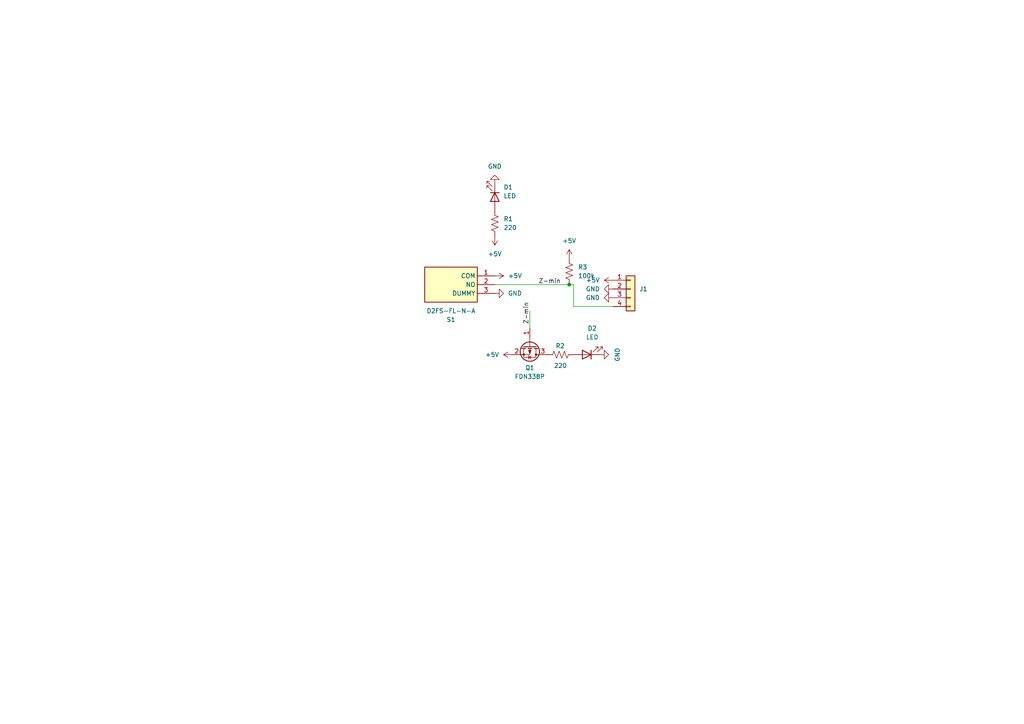
<source format=kicad_sch>
(kicad_sch (version 20230121) (generator eeschema)

  (uuid b6b7cfb4-de75-41e5-b9a0-2a3317fa3bc0)

  (paper "A4")

  (lib_symbols
    (symbol "Connector_Generic:Conn_01x04" (pin_names (offset 1.016) hide) (in_bom yes) (on_board yes)
      (property "Reference" "J" (at 0 5.08 0)
        (effects (font (size 1.27 1.27)))
      )
      (property "Value" "Conn_01x04" (at 0 -7.62 0)
        (effects (font (size 1.27 1.27)))
      )
      (property "Footprint" "" (at 0 0 0)
        (effects (font (size 1.27 1.27)) hide)
      )
      (property "Datasheet" "~" (at 0 0 0)
        (effects (font (size 1.27 1.27)) hide)
      )
      (property "ki_keywords" "connector" (at 0 0 0)
        (effects (font (size 1.27 1.27)) hide)
      )
      (property "ki_description" "Generic connector, single row, 01x04, script generated (kicad-library-utils/schlib/autogen/connector/)" (at 0 0 0)
        (effects (font (size 1.27 1.27)) hide)
      )
      (property "ki_fp_filters" "Connector*:*_1x??_*" (at 0 0 0)
        (effects (font (size 1.27 1.27)) hide)
      )
      (symbol "Conn_01x04_1_1"
        (rectangle (start -1.27 -4.953) (end 0 -5.207)
          (stroke (width 0.1524) (type default))
          (fill (type none))
        )
        (rectangle (start -1.27 -2.413) (end 0 -2.667)
          (stroke (width 0.1524) (type default))
          (fill (type none))
        )
        (rectangle (start -1.27 0.127) (end 0 -0.127)
          (stroke (width 0.1524) (type default))
          (fill (type none))
        )
        (rectangle (start -1.27 2.667) (end 0 2.413)
          (stroke (width 0.1524) (type default))
          (fill (type none))
        )
        (rectangle (start -1.27 3.81) (end 1.27 -6.35)
          (stroke (width 0.254) (type default))
          (fill (type background))
        )
        (pin passive line (at -5.08 2.54 0) (length 3.81)
          (name "Pin_1" (effects (font (size 1.27 1.27))))
          (number "1" (effects (font (size 1.27 1.27))))
        )
        (pin passive line (at -5.08 0 0) (length 3.81)
          (name "Pin_2" (effects (font (size 1.27 1.27))))
          (number "2" (effects (font (size 1.27 1.27))))
        )
        (pin passive line (at -5.08 -2.54 0) (length 3.81)
          (name "Pin_3" (effects (font (size 1.27 1.27))))
          (number "3" (effects (font (size 1.27 1.27))))
        )
        (pin passive line (at -5.08 -5.08 0) (length 3.81)
          (name "Pin_4" (effects (font (size 1.27 1.27))))
          (number "4" (effects (font (size 1.27 1.27))))
        )
      )
    )
    (symbol "Device:LED" (pin_numbers hide) (pin_names (offset 1.016) hide) (in_bom yes) (on_board yes)
      (property "Reference" "D" (at 0 2.54 0)
        (effects (font (size 1.27 1.27)))
      )
      (property "Value" "LED" (at 0 -2.54 0)
        (effects (font (size 1.27 1.27)))
      )
      (property "Footprint" "" (at 0 0 0)
        (effects (font (size 1.27 1.27)) hide)
      )
      (property "Datasheet" "~" (at 0 0 0)
        (effects (font (size 1.27 1.27)) hide)
      )
      (property "ki_keywords" "LED diode" (at 0 0 0)
        (effects (font (size 1.27 1.27)) hide)
      )
      (property "ki_description" "Light emitting diode" (at 0 0 0)
        (effects (font (size 1.27 1.27)) hide)
      )
      (property "ki_fp_filters" "LED* LED_SMD:* LED_THT:*" (at 0 0 0)
        (effects (font (size 1.27 1.27)) hide)
      )
      (symbol "LED_0_1"
        (polyline
          (pts
            (xy -1.27 -1.27)
            (xy -1.27 1.27)
          )
          (stroke (width 0.254) (type default))
          (fill (type none))
        )
        (polyline
          (pts
            (xy -1.27 0)
            (xy 1.27 0)
          )
          (stroke (width 0) (type default))
          (fill (type none))
        )
        (polyline
          (pts
            (xy 1.27 -1.27)
            (xy 1.27 1.27)
            (xy -1.27 0)
            (xy 1.27 -1.27)
          )
          (stroke (width 0.254) (type default))
          (fill (type none))
        )
        (polyline
          (pts
            (xy -3.048 -0.762)
            (xy -4.572 -2.286)
            (xy -3.81 -2.286)
            (xy -4.572 -2.286)
            (xy -4.572 -1.524)
          )
          (stroke (width 0) (type default))
          (fill (type none))
        )
        (polyline
          (pts
            (xy -1.778 -0.762)
            (xy -3.302 -2.286)
            (xy -2.54 -2.286)
            (xy -3.302 -2.286)
            (xy -3.302 -1.524)
          )
          (stroke (width 0) (type default))
          (fill (type none))
        )
      )
      (symbol "LED_1_1"
        (pin passive line (at -3.81 0 0) (length 2.54)
          (name "K" (effects (font (size 1.27 1.27))))
          (number "1" (effects (font (size 1.27 1.27))))
        )
        (pin passive line (at 3.81 0 180) (length 2.54)
          (name "A" (effects (font (size 1.27 1.27))))
          (number "2" (effects (font (size 1.27 1.27))))
        )
      )
    )
    (symbol "Device:R_US" (pin_numbers hide) (pin_names (offset 0)) (in_bom yes) (on_board yes)
      (property "Reference" "R" (at 2.54 0 90)
        (effects (font (size 1.27 1.27)))
      )
      (property "Value" "R_US" (at -2.54 0 90)
        (effects (font (size 1.27 1.27)))
      )
      (property "Footprint" "" (at 1.016 -0.254 90)
        (effects (font (size 1.27 1.27)) hide)
      )
      (property "Datasheet" "~" (at 0 0 0)
        (effects (font (size 1.27 1.27)) hide)
      )
      (property "ki_keywords" "R res resistor" (at 0 0 0)
        (effects (font (size 1.27 1.27)) hide)
      )
      (property "ki_description" "Resistor, US symbol" (at 0 0 0)
        (effects (font (size 1.27 1.27)) hide)
      )
      (property "ki_fp_filters" "R_*" (at 0 0 0)
        (effects (font (size 1.27 1.27)) hide)
      )
      (symbol "R_US_0_1"
        (polyline
          (pts
            (xy 0 -2.286)
            (xy 0 -2.54)
          )
          (stroke (width 0) (type default))
          (fill (type none))
        )
        (polyline
          (pts
            (xy 0 2.286)
            (xy 0 2.54)
          )
          (stroke (width 0) (type default))
          (fill (type none))
        )
        (polyline
          (pts
            (xy 0 -0.762)
            (xy 1.016 -1.143)
            (xy 0 -1.524)
            (xy -1.016 -1.905)
            (xy 0 -2.286)
          )
          (stroke (width 0) (type default))
          (fill (type none))
        )
        (polyline
          (pts
            (xy 0 0.762)
            (xy 1.016 0.381)
            (xy 0 0)
            (xy -1.016 -0.381)
            (xy 0 -0.762)
          )
          (stroke (width 0) (type default))
          (fill (type none))
        )
        (polyline
          (pts
            (xy 0 2.286)
            (xy 1.016 1.905)
            (xy 0 1.524)
            (xy -1.016 1.143)
            (xy 0 0.762)
          )
          (stroke (width 0) (type default))
          (fill (type none))
        )
      )
      (symbol "R_US_1_1"
        (pin passive line (at 0 3.81 270) (length 1.27)
          (name "~" (effects (font (size 1.27 1.27))))
          (number "1" (effects (font (size 1.27 1.27))))
        )
        (pin passive line (at 0 -3.81 90) (length 1.27)
          (name "~" (effects (font (size 1.27 1.27))))
          (number "2" (effects (font (size 1.27 1.27))))
        )
      )
    )
    (symbol "SamacSys_Parts:D2FS-FL-N-A" (in_bom yes) (on_board yes)
      (property "Reference" "S" (at 21.59 7.62 0)
        (effects (font (size 1.27 1.27)) (justify left top))
      )
      (property "Value" "D2FS-FL-N-A" (at 21.59 5.08 0)
        (effects (font (size 1.27 1.27)) (justify left top))
      )
      (property "Footprint" "D2FSFLNA" (at 21.59 -94.92 0)
        (effects (font (size 1.27 1.27)) (justify left top) hide)
      )
      (property "Datasheet" "https://www.mouser.com/datasheet/2/307/en-d2fs-270873.pdf" (at 21.59 -194.92 0)
        (effects (font (size 1.27 1.27)) (justify left top) hide)
      )
      (property "Height" "5.95" (at 21.59 -394.92 0)
        (effects (font (size 1.27 1.27)) (justify left top) hide)
      )
      (property "Manufacturer_Name" "Omron Electronics" (at 21.59 -494.92 0)
        (effects (font (size 1.27 1.27)) (justify left top) hide)
      )
      (property "Manufacturer_Part_Number" "D2FS-FL-N-A" (at 21.59 -594.92 0)
        (effects (font (size 1.27 1.27)) (justify left top) hide)
      )
      (property "Mouser Part Number" "653-D2FS-FL-N-A" (at 21.59 -694.92 0)
        (effects (font (size 1.27 1.27)) (justify left top) hide)
      )
      (property "Mouser Price/Stock" "https://www.mouser.co.uk/ProductDetail/Omron-Electronics/D2FS-FL-N-A?qs=sEr1OoMjgSDDuuF33eDXVQ%3D%3D" (at 21.59 -794.92 0)
        (effects (font (size 1.27 1.27)) (justify left top) hide)
      )
      (property "Arrow Part Number" "D2FS-FL-N-A" (at 21.59 -894.92 0)
        (effects (font (size 1.27 1.27)) (justify left top) hide)
      )
      (property "Arrow Price/Stock" "https://www.arrow.com/en/products/d2fs-fl-n-a/omron?region=nac" (at 21.59 -994.92 0)
        (effects (font (size 1.27 1.27)) (justify left top) hide)
      )
      (property "ki_description" "OMRON - D2FS-FL-N-A - Microswitch, Ultra Subminiature, Hinge Lever, SPST-NO, Through Hole, 100 mA, 6 VDC" (at 0 0 0)
        (effects (font (size 1.27 1.27)) hide)
      )
      (symbol "D2FS-FL-N-A_1_1"
        (rectangle (start 5.08 2.54) (end 20.32 -7.62)
          (stroke (width 0.254) (type default))
          (fill (type background))
        )
        (pin passive line (at 0 0 0) (length 5.08)
          (name "COM" (effects (font (size 1.27 1.27))))
          (number "1" (effects (font (size 1.27 1.27))))
        )
        (pin passive line (at 0 -2.54 0) (length 5.08)
          (name "NO" (effects (font (size 1.27 1.27))))
          (number "2" (effects (font (size 1.27 1.27))))
        )
        (pin passive line (at 0 -5.08 0) (length 5.08)
          (name "DUMMY" (effects (font (size 1.27 1.27))))
          (number "3" (effects (font (size 1.27 1.27))))
        )
      )
    )
    (symbol "Transistor_FET:FDN340P" (pin_names hide) (in_bom yes) (on_board yes)
      (property "Reference" "Q" (at 5.08 1.905 0)
        (effects (font (size 1.27 1.27)) (justify left))
      )
      (property "Value" "FDN340P" (at 5.08 0 0)
        (effects (font (size 1.27 1.27)) (justify left))
      )
      (property "Footprint" "Package_TO_SOT_SMD:SOT-23" (at 5.08 -1.905 0)
        (effects (font (size 1.27 1.27) italic) (justify left) hide)
      )
      (property "Datasheet" "https://www.onsemi.com/pub/Collateral/FDN340P-D.PDF" (at 0 0 0)
        (effects (font (size 1.27 1.27)) (justify left) hide)
      )
      (property "ki_keywords" "P-Channel MOSFET" (at 0 0 0)
        (effects (font (size 1.27 1.27)) hide)
      )
      (property "ki_description" "2A Id, 20V Vds, P-Channel MOSFET, 70mOhm Ron, SOT-23" (at 0 0 0)
        (effects (font (size 1.27 1.27)) hide)
      )
      (property "ki_fp_filters" "SOT?23*" (at 0 0 0)
        (effects (font (size 1.27 1.27)) hide)
      )
      (symbol "FDN340P_0_1"
        (polyline
          (pts
            (xy 0.254 0)
            (xy -2.54 0)
          )
          (stroke (width 0) (type default))
          (fill (type none))
        )
        (polyline
          (pts
            (xy 0.254 1.905)
            (xy 0.254 -1.905)
          )
          (stroke (width 0.254) (type default))
          (fill (type none))
        )
        (polyline
          (pts
            (xy 0.762 -1.27)
            (xy 0.762 -2.286)
          )
          (stroke (width 0.254) (type default))
          (fill (type none))
        )
        (polyline
          (pts
            (xy 0.762 0.508)
            (xy 0.762 -0.508)
          )
          (stroke (width 0.254) (type default))
          (fill (type none))
        )
        (polyline
          (pts
            (xy 0.762 2.286)
            (xy 0.762 1.27)
          )
          (stroke (width 0.254) (type default))
          (fill (type none))
        )
        (polyline
          (pts
            (xy 2.54 2.54)
            (xy 2.54 1.778)
          )
          (stroke (width 0) (type default))
          (fill (type none))
        )
        (polyline
          (pts
            (xy 2.54 -2.54)
            (xy 2.54 0)
            (xy 0.762 0)
          )
          (stroke (width 0) (type default))
          (fill (type none))
        )
        (polyline
          (pts
            (xy 0.762 1.778)
            (xy 3.302 1.778)
            (xy 3.302 -1.778)
            (xy 0.762 -1.778)
          )
          (stroke (width 0) (type default))
          (fill (type none))
        )
        (polyline
          (pts
            (xy 2.286 0)
            (xy 1.27 0.381)
            (xy 1.27 -0.381)
            (xy 2.286 0)
          )
          (stroke (width 0) (type default))
          (fill (type outline))
        )
        (polyline
          (pts
            (xy 2.794 -0.508)
            (xy 2.921 -0.381)
            (xy 3.683 -0.381)
            (xy 3.81 -0.254)
          )
          (stroke (width 0) (type default))
          (fill (type none))
        )
        (polyline
          (pts
            (xy 3.302 -0.381)
            (xy 2.921 0.254)
            (xy 3.683 0.254)
            (xy 3.302 -0.381)
          )
          (stroke (width 0) (type default))
          (fill (type none))
        )
        (circle (center 1.651 0) (radius 2.794)
          (stroke (width 0.254) (type default))
          (fill (type none))
        )
        (circle (center 2.54 -1.778) (radius 0.254)
          (stroke (width 0) (type default))
          (fill (type outline))
        )
        (circle (center 2.54 1.778) (radius 0.254)
          (stroke (width 0) (type default))
          (fill (type outline))
        )
      )
      (symbol "FDN340P_1_1"
        (pin input line (at -5.08 0 0) (length 2.54)
          (name "G" (effects (font (size 1.27 1.27))))
          (number "1" (effects (font (size 1.27 1.27))))
        )
        (pin passive line (at 2.54 -5.08 90) (length 2.54)
          (name "S" (effects (font (size 1.27 1.27))))
          (number "2" (effects (font (size 1.27 1.27))))
        )
        (pin passive line (at 2.54 5.08 270) (length 2.54)
          (name "D" (effects (font (size 1.27 1.27))))
          (number "3" (effects (font (size 1.27 1.27))))
        )
      )
    )
    (symbol "power:+5V" (power) (pin_names (offset 0)) (in_bom yes) (on_board yes)
      (property "Reference" "#PWR" (at 0 -3.81 0)
        (effects (font (size 1.27 1.27)) hide)
      )
      (property "Value" "+5V" (at 0 3.556 0)
        (effects (font (size 1.27 1.27)))
      )
      (property "Footprint" "" (at 0 0 0)
        (effects (font (size 1.27 1.27)) hide)
      )
      (property "Datasheet" "" (at 0 0 0)
        (effects (font (size 1.27 1.27)) hide)
      )
      (property "ki_keywords" "global power" (at 0 0 0)
        (effects (font (size 1.27 1.27)) hide)
      )
      (property "ki_description" "Power symbol creates a global label with name \"+5V\"" (at 0 0 0)
        (effects (font (size 1.27 1.27)) hide)
      )
      (symbol "+5V_0_1"
        (polyline
          (pts
            (xy -0.762 1.27)
            (xy 0 2.54)
          )
          (stroke (width 0) (type default))
          (fill (type none))
        )
        (polyline
          (pts
            (xy 0 0)
            (xy 0 2.54)
          )
          (stroke (width 0) (type default))
          (fill (type none))
        )
        (polyline
          (pts
            (xy 0 2.54)
            (xy 0.762 1.27)
          )
          (stroke (width 0) (type default))
          (fill (type none))
        )
      )
      (symbol "+5V_1_1"
        (pin power_in line (at 0 0 90) (length 0) hide
          (name "+5V" (effects (font (size 1.27 1.27))))
          (number "1" (effects (font (size 1.27 1.27))))
        )
      )
    )
    (symbol "power:GND" (power) (pin_names (offset 0)) (in_bom yes) (on_board yes)
      (property "Reference" "#PWR" (at 0 -6.35 0)
        (effects (font (size 1.27 1.27)) hide)
      )
      (property "Value" "GND" (at 0 -3.81 0)
        (effects (font (size 1.27 1.27)))
      )
      (property "Footprint" "" (at 0 0 0)
        (effects (font (size 1.27 1.27)) hide)
      )
      (property "Datasheet" "" (at 0 0 0)
        (effects (font (size 1.27 1.27)) hide)
      )
      (property "ki_keywords" "global power" (at 0 0 0)
        (effects (font (size 1.27 1.27)) hide)
      )
      (property "ki_description" "Power symbol creates a global label with name \"GND\" , ground" (at 0 0 0)
        (effects (font (size 1.27 1.27)) hide)
      )
      (symbol "GND_0_1"
        (polyline
          (pts
            (xy 0 0)
            (xy 0 -1.27)
            (xy 1.27 -1.27)
            (xy 0 -2.54)
            (xy -1.27 -1.27)
            (xy 0 -1.27)
          )
          (stroke (width 0) (type default))
          (fill (type none))
        )
      )
      (symbol "GND_1_1"
        (pin power_in line (at 0 0 270) (length 0) hide
          (name "GND" (effects (font (size 1.27 1.27))))
          (number "1" (effects (font (size 1.27 1.27))))
        )
      )
    )
  )

  (junction (at 165.1 82.55) (diameter 0) (color 0 0 0 0)
    (uuid df5ead99-7fc8-4fc7-9b7a-37925cfaef11)
  )

  (wire (pts (xy 153.67 90.17) (xy 153.67 95.25))
    (stroke (width 0) (type default))
    (uuid 0e503774-19ea-4e55-b136-7e63a8fb7fc6)
  )
  (wire (pts (xy 166.37 88.9) (xy 177.8 88.9))
    (stroke (width 0) (type default))
    (uuid 497f8a44-3a8a-4763-b204-4457adc12332)
  )
  (wire (pts (xy 166.37 82.55) (xy 165.1 82.55))
    (stroke (width 0) (type default))
    (uuid 75244a5c-310c-40b1-9044-cf55afdf7e1c)
  )
  (wire (pts (xy 165.1 82.55) (xy 143.51 82.55))
    (stroke (width 0) (type default))
    (uuid 91ff979f-e47d-4b68-8be9-11272c695383)
  )
  (wire (pts (xy 166.37 82.55) (xy 166.37 88.9))
    (stroke (width 0) (type default))
    (uuid e85173ba-2b25-4b8c-82a9-e4acdbb2401d)
  )

  (label "Z-min" (at 153.67 93.98 90) (fields_autoplaced)
    (effects (font (size 1.27 1.27)) (justify left bottom))
    (uuid 7abc0a41-b963-4605-bb00-5a1dda367e30)
  )
  (label "Z-min" (at 156.21 82.55 0) (fields_autoplaced)
    (effects (font (size 1.27 1.27)) (justify left bottom))
    (uuid e6d52e76-9c91-4993-85cb-68327a104410)
  )

  (symbol (lib_id "Connector_Generic:Conn_01x04") (at 182.88 83.82 0) (unit 1)
    (in_bom yes) (on_board yes) (dnp no) (fields_autoplaced)
    (uuid 0261b6b1-5817-4ea2-af4c-901634cebe05)
    (property "Reference" "J1" (at 185.42 83.82 0)
      (effects (font (size 1.27 1.27)) (justify left))
    )
    (property "Value" "502386-0470" (at 185.42 86.36 0)
      (effects (font (size 1.27 1.27)) (justify left) hide)
    )
    (property "Footprint" "SamacSys_Parts:26448034" (at 182.88 83.82 0)
      (effects (font (size 1.27 1.27)) hide)
    )
    (property "Datasheet" "https://www.digikey.com/en/products/detail/te-connectivity-amp-connectors/2-644803-4/698441" (at 182.88 83.82 0)
      (effects (font (size 1.27 1.27)) hide)
    )
    (property "Height" "5.75" (at 201.93 478.74 0)
      (effects (font (size 1.27 1.27)) (justify left top) hide)
    )
    (property "Mouser Part Number" "538-502386-0470" (at 201.93 578.74 0)
      (effects (font (size 1.27 1.27)) (justify left top) hide)
    )
    (property "Mouser Price/Stock" "https://www.mouser.co.uk/ProductDetail/Molex/502386-0470?qs=Fn3VdHBzkclcj9HD5XfKig%3D%3D" (at 201.93 678.74 0)
      (effects (font (size 1.27 1.27)) (justify left top) hide)
    )
    (property "Manufacturer_Name" "Molex" (at 201.93 778.74 0)
      (effects (font (size 1.27 1.27)) (justify left top) hide)
    )
    (property "Manufacturer_Part_Number" "502386-0470" (at 201.93 878.74 0)
      (effects (font (size 1.27 1.27)) (justify left top) hide)
    )
    (pin "1" (uuid c07bfe38-98bd-4c0e-b7aa-c1a40041c1e4))
    (pin "2" (uuid 491af408-5baa-4124-8884-026a3a59ff4a))
    (pin "3" (uuid e571330c-7e83-47c8-a971-7b3b2fc7c61f))
    (pin "4" (uuid 22dac9dc-e219-40cc-a860-a399cc7773d8))
    (instances
      (project "Auto Leveler"
        (path "/b6b7cfb4-de75-41e5-b9a0-2a3317fa3bc0"
          (reference "J1") (unit 1)
        )
      )
    )
  )

  (symbol (lib_id "Device:R_US") (at 165.1 78.74 0) (unit 1)
    (in_bom yes) (on_board yes) (dnp no) (fields_autoplaced)
    (uuid 477f3356-1700-4d8d-b0d1-485ecbfb0603)
    (property "Reference" "R3" (at 167.64 77.47 0)
      (effects (font (size 1.27 1.27)) (justify left))
    )
    (property "Value" "100k" (at 167.64 80.01 0)
      (effects (font (size 1.27 1.27)) (justify left))
    )
    (property "Footprint" "Resistor_SMD:R_0805_2012Metric_Pad1.20x1.40mm_HandSolder" (at 166.116 78.994 90)
      (effects (font (size 1.27 1.27)) hide)
    )
    (property "Datasheet" "https://www.digikey.com/en/products/detail/yageo/AC0805FR-7W100KL/12698912" (at 165.1 78.74 0)
      (effects (font (size 1.27 1.27)) hide)
    )
    (pin "1" (uuid 7eadbcc2-188b-4258-be7b-a1c18a6c430f))
    (pin "2" (uuid f4ee72ab-d188-4fdc-8fd7-92e4514832fb))
    (instances
      (project "Auto Leveler"
        (path "/b6b7cfb4-de75-41e5-b9a0-2a3317fa3bc0"
          (reference "R3") (unit 1)
        )
      )
    )
  )

  (symbol (lib_id "power:+5V") (at 143.51 68.58 180) (unit 1)
    (in_bom yes) (on_board yes) (dnp no) (fields_autoplaced)
    (uuid 5160fe1a-bf91-4527-86d5-c7eb92d726a4)
    (property "Reference" "#PWR05" (at 143.51 64.77 0)
      (effects (font (size 1.27 1.27)) hide)
    )
    (property "Value" "+5V" (at 143.51 73.66 0)
      (effects (font (size 1.27 1.27)))
    )
    (property "Footprint" "" (at 143.51 68.58 0)
      (effects (font (size 1.27 1.27)) hide)
    )
    (property "Datasheet" "" (at 143.51 68.58 0)
      (effects (font (size 1.27 1.27)) hide)
    )
    (pin "1" (uuid 5b2b7aaa-ed10-4b5a-8475-e00b87db61d0))
    (instances
      (project "Auto Leveler"
        (path "/b6b7cfb4-de75-41e5-b9a0-2a3317fa3bc0"
          (reference "#PWR05") (unit 1)
        )
      )
    )
  )

  (symbol (lib_id "power:GND") (at 177.8 83.82 270) (unit 1)
    (in_bom yes) (on_board yes) (dnp no) (fields_autoplaced)
    (uuid 6fc105be-d7f8-4914-8855-ed49fd45b949)
    (property "Reference" "#PWR01" (at 171.45 83.82 0)
      (effects (font (size 1.27 1.27)) hide)
    )
    (property "Value" "GND" (at 173.99 83.82 90)
      (effects (font (size 1.27 1.27)) (justify right))
    )
    (property "Footprint" "" (at 177.8 83.82 0)
      (effects (font (size 1.27 1.27)) hide)
    )
    (property "Datasheet" "" (at 177.8 83.82 0)
      (effects (font (size 1.27 1.27)) hide)
    )
    (pin "1" (uuid f3fac940-11b1-4d3b-8df3-e5e0d3efc2cf))
    (instances
      (project "Auto Leveler"
        (path "/b6b7cfb4-de75-41e5-b9a0-2a3317fa3bc0"
          (reference "#PWR01") (unit 1)
        )
      )
    )
  )

  (symbol (lib_id "SamacSys_Parts:D2FS-FL-N-A") (at 143.51 80.01 0) (mirror y) (unit 1)
    (in_bom yes) (on_board yes) (dnp no)
    (uuid 70ef107e-2a41-4b44-a698-f93f8f21926a)
    (property "Reference" "S1" (at 130.81 92.71 0)
      (effects (font (size 1.27 1.27)))
    )
    (property "Value" "D2FS-FL-N-A" (at 130.81 90.17 0)
      (effects (font (size 1.27 1.27)))
    )
    (property "Footprint" "D2FSFLNA" (at 121.92 174.93 0)
      (effects (font (size 1.27 1.27)) (justify left top) hide)
    )
    (property "Datasheet" "https://www.mouser.com/datasheet/2/307/en-d2fs-270873.pdf" (at 121.92 274.93 0)
      (effects (font (size 1.27 1.27)) (justify left top) hide)
    )
    (property "Height" "5.95" (at 121.92 474.93 0)
      (effects (font (size 1.27 1.27)) (justify left top) hide)
    )
    (property "Manufacturer_Name" "Omron Electronics" (at 121.92 574.93 0)
      (effects (font (size 1.27 1.27)) (justify left top) hide)
    )
    (property "Manufacturer_Part_Number" "D2FS-FL-N-A" (at 121.92 674.93 0)
      (effects (font (size 1.27 1.27)) (justify left top) hide)
    )
    (property "Mouser Part Number" "653-D2FS-FL-N-A" (at 121.92 774.93 0)
      (effects (font (size 1.27 1.27)) (justify left top) hide)
    )
    (property "Mouser Price/Stock" "https://www.mouser.co.uk/ProductDetail/Omron-Electronics/D2FS-FL-N-A?qs=sEr1OoMjgSDDuuF33eDXVQ%3D%3D" (at 121.92 874.93 0)
      (effects (font (size 1.27 1.27)) (justify left top) hide)
    )
    (property "Arrow Part Number" "D2FS-FL-N-A" (at 121.92 974.93 0)
      (effects (font (size 1.27 1.27)) (justify left top) hide)
    )
    (property "Arrow Price/Stock" "https://www.arrow.com/en/products/d2fs-fl-n-a/omron?region=nac" (at 121.92 1074.93 0)
      (effects (font (size 1.27 1.27)) (justify left top) hide)
    )
    (pin "1" (uuid d8cf037a-66f8-4d70-aa07-203ad919085a))
    (pin "2" (uuid 25d282ca-6201-4431-9e94-ddd98b0334c7))
    (pin "3" (uuid 5cda8970-d8eb-4805-8e71-cc96e49ec040))
    (instances
      (project "Auto Leveler"
        (path "/b6b7cfb4-de75-41e5-b9a0-2a3317fa3bc0"
          (reference "S1") (unit 1)
        )
      )
    )
  )

  (symbol (lib_id "Transistor_FET:FDN340P") (at 153.67 100.33 270) (unit 1)
    (in_bom yes) (on_board yes) (dnp no) (fields_autoplaced)
    (uuid 8e5058b9-9ab2-4b07-8e5d-b030d5719a03)
    (property "Reference" "Q1" (at 153.67 106.68 90)
      (effects (font (size 1.27 1.27)))
    )
    (property "Value" "FDN338P" (at 153.67 109.22 90)
      (effects (font (size 1.27 1.27)))
    )
    (property "Footprint" "Package_TO_SOT_SMD:SOT-23" (at 151.765 105.41 0)
      (effects (font (size 1.27 1.27) italic) (justify left) hide)
    )
    (property "Datasheet" "https://www.onsemi.com/pub/Collateral/FDN340P-D.PDF" (at 153.67 100.33 0)
      (effects (font (size 1.27 1.27)) (justify left) hide)
    )
    (pin "1" (uuid c098a559-02f6-4d71-af7c-4e727b735187))
    (pin "2" (uuid 462c3b68-5c4d-46d4-9ab2-bd812812dda9))
    (pin "3" (uuid 8eb0c4a3-e4a0-414a-a5a9-347bfdf30a19))
    (instances
      (project "Auto Leveler"
        (path "/b6b7cfb4-de75-41e5-b9a0-2a3317fa3bc0"
          (reference "Q1") (unit 1)
        )
      )
      (project "4272MAVprox_R1"
        (path "/edce4526-efc1-434d-bf1f-d74bf8fc585f"
          (reference "Q1") (unit 1)
        )
      )
    )
  )

  (symbol (lib_id "power:+5V") (at 148.59 102.87 90) (unit 1)
    (in_bom yes) (on_board yes) (dnp no) (fields_autoplaced)
    (uuid 8e5b1dfb-c1ef-4ded-991a-70a398e4fef3)
    (property "Reference" "#PWR06" (at 152.4 102.87 0)
      (effects (font (size 1.27 1.27)) hide)
    )
    (property "Value" "+5V" (at 144.78 102.87 90)
      (effects (font (size 1.27 1.27)) (justify left))
    )
    (property "Footprint" "" (at 148.59 102.87 0)
      (effects (font (size 1.27 1.27)) hide)
    )
    (property "Datasheet" "" (at 148.59 102.87 0)
      (effects (font (size 1.27 1.27)) hide)
    )
    (pin "1" (uuid 3e129ec1-d430-4bf9-a7da-55e1dd6a4c7a))
    (instances
      (project "Auto Leveler"
        (path "/b6b7cfb4-de75-41e5-b9a0-2a3317fa3bc0"
          (reference "#PWR06") (unit 1)
        )
      )
    )
  )

  (symbol (lib_id "power:GND") (at 173.99 102.87 90) (unit 1)
    (in_bom yes) (on_board yes) (dnp no) (fields_autoplaced)
    (uuid 94a08944-1589-42fc-8ee7-b3bbc7a51403)
    (property "Reference" "#PWR010" (at 180.34 102.87 0)
      (effects (font (size 1.27 1.27)) hide)
    )
    (property "Value" "GND" (at 179.07 102.87 0)
      (effects (font (size 1.27 1.27)))
    )
    (property "Footprint" "" (at 173.99 102.87 0)
      (effects (font (size 1.27 1.27)) hide)
    )
    (property "Datasheet" "" (at 173.99 102.87 0)
      (effects (font (size 1.27 1.27)) hide)
    )
    (pin "1" (uuid eca9d947-a7de-4b2f-ad5d-f1b06ac13980))
    (instances
      (project "Auto Leveler"
        (path "/b6b7cfb4-de75-41e5-b9a0-2a3317fa3bc0"
          (reference "#PWR010") (unit 1)
        )
      )
      (project "4272MAVprox_R1"
        (path "/edce4526-efc1-434d-bf1f-d74bf8fc585f"
          (reference "#PWR06") (unit 1)
        )
      )
    )
  )

  (symbol (lib_id "power:GND") (at 177.8 86.36 270) (unit 1)
    (in_bom yes) (on_board yes) (dnp no) (fields_autoplaced)
    (uuid 9551bd66-f0c9-4227-8792-6dfdac69f386)
    (property "Reference" "#PWR02" (at 171.45 86.36 0)
      (effects (font (size 1.27 1.27)) hide)
    )
    (property "Value" "GND" (at 173.99 86.36 90)
      (effects (font (size 1.27 1.27)) (justify right))
    )
    (property "Footprint" "" (at 177.8 86.36 0)
      (effects (font (size 1.27 1.27)) hide)
    )
    (property "Datasheet" "" (at 177.8 86.36 0)
      (effects (font (size 1.27 1.27)) hide)
    )
    (pin "1" (uuid 355b2167-ed14-416b-8aaa-d99fa055aad8))
    (instances
      (project "Auto Leveler"
        (path "/b6b7cfb4-de75-41e5-b9a0-2a3317fa3bc0"
          (reference "#PWR02") (unit 1)
        )
      )
    )
  )

  (symbol (lib_id "power:+5V") (at 177.8 81.28 90) (unit 1)
    (in_bom yes) (on_board yes) (dnp no) (fields_autoplaced)
    (uuid 9d85f0c5-a533-4711-89dd-68abd1baa255)
    (property "Reference" "#PWR03" (at 181.61 81.28 0)
      (effects (font (size 1.27 1.27)) hide)
    )
    (property "Value" "+5V" (at 173.99 81.28 90)
      (effects (font (size 1.27 1.27)) (justify left))
    )
    (property "Footprint" "" (at 177.8 81.28 0)
      (effects (font (size 1.27 1.27)) hide)
    )
    (property "Datasheet" "" (at 177.8 81.28 0)
      (effects (font (size 1.27 1.27)) hide)
    )
    (pin "1" (uuid b029b197-5537-4714-8caf-56bfd4a27c0c))
    (instances
      (project "Auto Leveler"
        (path "/b6b7cfb4-de75-41e5-b9a0-2a3317fa3bc0"
          (reference "#PWR03") (unit 1)
        )
      )
    )
  )

  (symbol (lib_id "Device:LED") (at 170.18 102.87 180) (unit 1)
    (in_bom yes) (on_board yes) (dnp no) (fields_autoplaced)
    (uuid 9e660017-80ad-4f77-b6a5-53672395986b)
    (property "Reference" "D2" (at 171.7675 95.25 0)
      (effects (font (size 1.27 1.27)))
    )
    (property "Value" "LED" (at 171.7675 97.79 0)
      (effects (font (size 1.27 1.27)))
    )
    (property "Footprint" "LED_THT:LED_D3.0mm" (at 170.18 102.87 0)
      (effects (font (size 1.27 1.27)) hide)
    )
    (property "Datasheet" "~" (at 170.18 102.87 0)
      (effects (font (size 1.27 1.27)) hide)
    )
    (pin "1" (uuid d02bfc4a-0487-43f1-8b57-d12e83ef4c48))
    (pin "2" (uuid ae0d3cf7-6c15-46b6-81ca-ee4baab12733))
    (instances
      (project "Auto Leveler"
        (path "/b6b7cfb4-de75-41e5-b9a0-2a3317fa3bc0"
          (reference "D2") (unit 1)
        )
      )
    )
  )

  (symbol (lib_id "Device:LED") (at 143.51 57.15 270) (unit 1)
    (in_bom yes) (on_board yes) (dnp no) (fields_autoplaced)
    (uuid a0ea4450-73b0-4b52-86d3-0dfc025f4948)
    (property "Reference" "D1" (at 146.05 54.2925 90)
      (effects (font (size 1.27 1.27)) (justify left))
    )
    (property "Value" "LED" (at 146.05 56.8325 90)
      (effects (font (size 1.27 1.27)) (justify left))
    )
    (property "Footprint" "LED_THT:LED_D3.0mm" (at 143.51 57.15 0)
      (effects (font (size 1.27 1.27)) hide)
    )
    (property "Datasheet" "~" (at 143.51 57.15 0)
      (effects (font (size 1.27 1.27)) hide)
    )
    (pin "1" (uuid c487c507-8d6c-4545-896d-0737307ac899))
    (pin "2" (uuid 058d1e12-ec45-4226-ae51-bf5d0b06868d))
    (instances
      (project "Auto Leveler"
        (path "/b6b7cfb4-de75-41e5-b9a0-2a3317fa3bc0"
          (reference "D1") (unit 1)
        )
      )
    )
  )

  (symbol (lib_id "Device:R_US") (at 162.56 102.87 90) (unit 1)
    (in_bom yes) (on_board yes) (dnp no)
    (uuid a50fb2c2-3c32-4baf-915b-53945b543b39)
    (property "Reference" "R2" (at 163.83 100.33 90)
      (effects (font (size 1.27 1.27)) (justify left))
    )
    (property "Value" "220" (at 164.465 106.045 90)
      (effects (font (size 1.27 1.27)) (justify left))
    )
    (property "Footprint" "Resistor_SMD:R_0805_2012Metric_Pad1.20x1.40mm_HandSolder" (at 162.814 101.854 90)
      (effects (font (size 1.27 1.27)) hide)
    )
    (property "Datasheet" "~" (at 162.56 102.87 0)
      (effects (font (size 1.27 1.27)) hide)
    )
    (pin "1" (uuid 0ab11b0a-d9df-4f03-8f5c-f75f069f32da))
    (pin "2" (uuid 3066c887-6ab5-41ec-ad8b-331f672550ed))
    (instances
      (project "Auto Leveler"
        (path "/b6b7cfb4-de75-41e5-b9a0-2a3317fa3bc0"
          (reference "R2") (unit 1)
        )
      )
      (project "4272MAVprox_R1"
        (path "/edce4526-efc1-434d-bf1f-d74bf8fc585f"
          (reference "R2") (unit 1)
        )
      )
    )
  )

  (symbol (lib_id "power:GND") (at 143.51 85.09 90) (unit 1)
    (in_bom yes) (on_board yes) (dnp no) (fields_autoplaced)
    (uuid bbf1db40-4c94-4e90-bd90-eee58a51e1e0)
    (property "Reference" "#PWR09" (at 149.86 85.09 0)
      (effects (font (size 1.27 1.27)) hide)
    )
    (property "Value" "GND" (at 147.32 85.09 90)
      (effects (font (size 1.27 1.27)) (justify right))
    )
    (property "Footprint" "" (at 143.51 85.09 0)
      (effects (font (size 1.27 1.27)) hide)
    )
    (property "Datasheet" "" (at 143.51 85.09 0)
      (effects (font (size 1.27 1.27)) hide)
    )
    (pin "1" (uuid 66f19e9c-0391-4a40-9dec-ba7cc69663df))
    (instances
      (project "Auto Leveler"
        (path "/b6b7cfb4-de75-41e5-b9a0-2a3317fa3bc0"
          (reference "#PWR09") (unit 1)
        )
      )
    )
  )

  (symbol (lib_id "power:GND") (at 143.51 53.34 180) (unit 1)
    (in_bom yes) (on_board yes) (dnp no) (fields_autoplaced)
    (uuid d8e5b3e5-5833-43ba-80b8-4b96b785229e)
    (property "Reference" "#PWR04" (at 143.51 46.99 0)
      (effects (font (size 1.27 1.27)) hide)
    )
    (property "Value" "GND" (at 143.51 48.26 0)
      (effects (font (size 1.27 1.27)))
    )
    (property "Footprint" "" (at 143.51 53.34 0)
      (effects (font (size 1.27 1.27)) hide)
    )
    (property "Datasheet" "" (at 143.51 53.34 0)
      (effects (font (size 1.27 1.27)) hide)
    )
    (pin "1" (uuid ad626fd6-132c-46a6-affd-ba41d38f65b6))
    (instances
      (project "Auto Leveler"
        (path "/b6b7cfb4-de75-41e5-b9a0-2a3317fa3bc0"
          (reference "#PWR04") (unit 1)
        )
      )
    )
  )

  (symbol (lib_id "Device:R_US") (at 143.51 64.77 0) (unit 1)
    (in_bom yes) (on_board yes) (dnp no) (fields_autoplaced)
    (uuid e495e8ec-13d9-4091-be3c-4c2491a92c8d)
    (property "Reference" "R1" (at 146.05 63.5 0)
      (effects (font (size 1.27 1.27)) (justify left))
    )
    (property "Value" "220" (at 146.05 66.04 0)
      (effects (font (size 1.27 1.27)) (justify left))
    )
    (property "Footprint" "Resistor_SMD:R_0805_2012Metric_Pad1.20x1.40mm_HandSolder" (at 144.526 65.024 90)
      (effects (font (size 1.27 1.27)) hide)
    )
    (property "Datasheet" "~" (at 143.51 64.77 0)
      (effects (font (size 1.27 1.27)) hide)
    )
    (pin "1" (uuid 4a477ba8-181c-49bc-84e0-5e87d2ffbdd5))
    (pin "2" (uuid 245ac901-44cc-4598-835a-10a688bfe28c))
    (instances
      (project "Auto Leveler"
        (path "/b6b7cfb4-de75-41e5-b9a0-2a3317fa3bc0"
          (reference "R1") (unit 1)
        )
      )
    )
  )

  (symbol (lib_id "power:+5V") (at 143.51 80.01 270) (unit 1)
    (in_bom yes) (on_board yes) (dnp no) (fields_autoplaced)
    (uuid e5a8e827-8b16-47df-ac85-0b5a8ce845a4)
    (property "Reference" "#PWR08" (at 139.7 80.01 0)
      (effects (font (size 1.27 1.27)) hide)
    )
    (property "Value" "+5V" (at 147.32 80.01 90)
      (effects (font (size 1.27 1.27)) (justify left))
    )
    (property "Footprint" "" (at 143.51 80.01 0)
      (effects (font (size 1.27 1.27)) hide)
    )
    (property "Datasheet" "" (at 143.51 80.01 0)
      (effects (font (size 1.27 1.27)) hide)
    )
    (pin "1" (uuid c60486d6-fab6-4cb1-aa92-3cc838d23774))
    (instances
      (project "Auto Leveler"
        (path "/b6b7cfb4-de75-41e5-b9a0-2a3317fa3bc0"
          (reference "#PWR08") (unit 1)
        )
      )
    )
  )

  (symbol (lib_id "power:+5V") (at 165.1 74.93 0) (unit 1)
    (in_bom yes) (on_board yes) (dnp no) (fields_autoplaced)
    (uuid ea473269-7caa-4609-b7f7-d9ad36b3efc4)
    (property "Reference" "#PWR07" (at 165.1 78.74 0)
      (effects (font (size 1.27 1.27)) hide)
    )
    (property "Value" "+5V" (at 165.1 69.85 0)
      (effects (font (size 1.27 1.27)))
    )
    (property "Footprint" "" (at 165.1 74.93 0)
      (effects (font (size 1.27 1.27)) hide)
    )
    (property "Datasheet" "" (at 165.1 74.93 0)
      (effects (font (size 1.27 1.27)) hide)
    )
    (pin "1" (uuid a407d9cb-b6e1-447a-9362-691ba0c9697f))
    (instances
      (project "Auto Leveler"
        (path "/b6b7cfb4-de75-41e5-b9a0-2a3317fa3bc0"
          (reference "#PWR07") (unit 1)
        )
      )
    )
  )

  (sheet_instances
    (path "/" (page "1"))
  )
)

</source>
